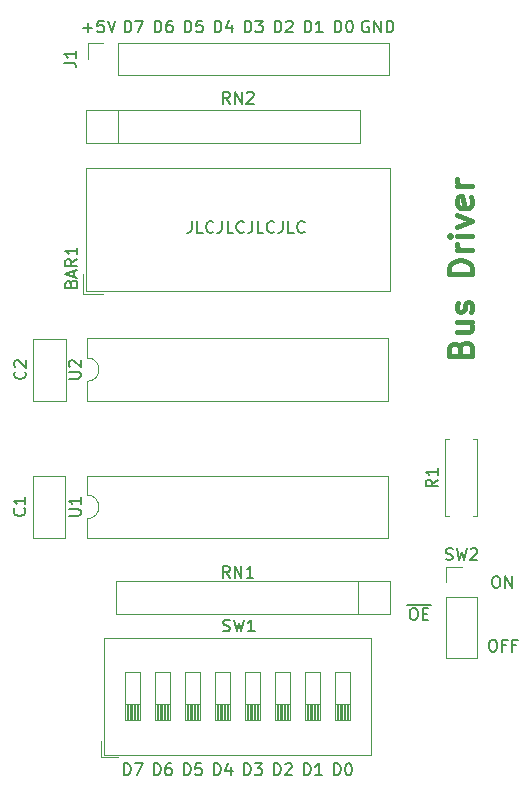
<source format=gbr>
%TF.GenerationSoftware,KiCad,Pcbnew,(6.0.5-0)*%
%TF.CreationDate,2022-07-20T14:51:46+02:00*%
%TF.ProjectId,bus driver,62757320-6472-4697-9665-722e6b696361,rev?*%
%TF.SameCoordinates,Original*%
%TF.FileFunction,Legend,Top*%
%TF.FilePolarity,Positive*%
%FSLAX46Y46*%
G04 Gerber Fmt 4.6, Leading zero omitted, Abs format (unit mm)*
G04 Created by KiCad (PCBNEW (6.0.5-0)) date 2022-07-20 14:51:46*
%MOMM*%
%LPD*%
G01*
G04 APERTURE LIST*
%ADD10C,0.150000*%
%ADD11C,0.400000*%
%ADD12C,0.120000*%
G04 APERTURE END LIST*
D10*
X144809152Y-81900780D02*
X144809152Y-82615066D01*
X144761533Y-82757923D01*
X144666295Y-82853161D01*
X144523438Y-82900780D01*
X144428200Y-82900780D01*
X145761533Y-82900780D02*
X145285342Y-82900780D01*
X145285342Y-81900780D01*
X146666295Y-82805542D02*
X146618676Y-82853161D01*
X146475819Y-82900780D01*
X146380580Y-82900780D01*
X146237723Y-82853161D01*
X146142485Y-82757923D01*
X146094866Y-82662685D01*
X146047247Y-82472209D01*
X146047247Y-82329352D01*
X146094866Y-82138876D01*
X146142485Y-82043638D01*
X146237723Y-81948400D01*
X146380580Y-81900780D01*
X146475819Y-81900780D01*
X146618676Y-81948400D01*
X146666295Y-81996019D01*
X147380580Y-81900780D02*
X147380580Y-82615066D01*
X147332961Y-82757923D01*
X147237723Y-82853161D01*
X147094866Y-82900780D01*
X146999628Y-82900780D01*
X148332961Y-82900780D02*
X147856771Y-82900780D01*
X147856771Y-81900780D01*
X149237723Y-82805542D02*
X149190104Y-82853161D01*
X149047247Y-82900780D01*
X148952009Y-82900780D01*
X148809152Y-82853161D01*
X148713914Y-82757923D01*
X148666295Y-82662685D01*
X148618676Y-82472209D01*
X148618676Y-82329352D01*
X148666295Y-82138876D01*
X148713914Y-82043638D01*
X148809152Y-81948400D01*
X148952009Y-81900780D01*
X149047247Y-81900780D01*
X149190104Y-81948400D01*
X149237723Y-81996019D01*
X149952009Y-81900780D02*
X149952009Y-82615066D01*
X149904390Y-82757923D01*
X149809152Y-82853161D01*
X149666295Y-82900780D01*
X149571057Y-82900780D01*
X150904390Y-82900780D02*
X150428200Y-82900780D01*
X150428200Y-81900780D01*
X151809152Y-82805542D02*
X151761533Y-82853161D01*
X151618676Y-82900780D01*
X151523438Y-82900780D01*
X151380580Y-82853161D01*
X151285342Y-82757923D01*
X151237723Y-82662685D01*
X151190104Y-82472209D01*
X151190104Y-82329352D01*
X151237723Y-82138876D01*
X151285342Y-82043638D01*
X151380580Y-81948400D01*
X151523438Y-81900780D01*
X151618676Y-81900780D01*
X151761533Y-81948400D01*
X151809152Y-81996019D01*
X152523438Y-81900780D02*
X152523438Y-82615066D01*
X152475819Y-82757923D01*
X152380580Y-82853161D01*
X152237723Y-82900780D01*
X152142485Y-82900780D01*
X153475819Y-82900780D02*
X152999628Y-82900780D01*
X152999628Y-81900780D01*
X154380580Y-82805542D02*
X154332961Y-82853161D01*
X154190104Y-82900780D01*
X154094866Y-82900780D01*
X153952009Y-82853161D01*
X153856771Y-82757923D01*
X153809152Y-82662685D01*
X153761533Y-82472209D01*
X153761533Y-82329352D01*
X153809152Y-82138876D01*
X153856771Y-82043638D01*
X153952009Y-81948400D01*
X154094866Y-81900780D01*
X154190104Y-81900780D01*
X154332961Y-81948400D01*
X154380580Y-81996019D01*
X135658139Y-65552628D02*
X136420044Y-65552628D01*
X136039092Y-65933580D02*
X136039092Y-65171676D01*
X137372425Y-64933580D02*
X136896234Y-64933580D01*
X136848615Y-65409771D01*
X136896234Y-65362152D01*
X136991473Y-65314533D01*
X137229568Y-65314533D01*
X137324806Y-65362152D01*
X137372425Y-65409771D01*
X137420044Y-65505009D01*
X137420044Y-65743104D01*
X137372425Y-65838342D01*
X137324806Y-65885961D01*
X137229568Y-65933580D01*
X136991473Y-65933580D01*
X136896234Y-65885961D01*
X136848615Y-65838342D01*
X137705758Y-64933580D02*
X138039092Y-65933580D01*
X138372425Y-64933580D01*
X146708904Y-128823980D02*
X146708904Y-127823980D01*
X146947000Y-127823980D01*
X147089857Y-127871600D01*
X147185095Y-127966838D01*
X147232714Y-128062076D01*
X147280333Y-128252552D01*
X147280333Y-128395409D01*
X147232714Y-128585885D01*
X147185095Y-128681123D01*
X147089857Y-128776361D01*
X146947000Y-128823980D01*
X146708904Y-128823980D01*
X148137476Y-128157314D02*
X148137476Y-128823980D01*
X147899380Y-127776361D02*
X147661285Y-128490647D01*
X148280333Y-128490647D01*
X144168904Y-128823980D02*
X144168904Y-127823980D01*
X144407000Y-127823980D01*
X144549857Y-127871600D01*
X144645095Y-127966838D01*
X144692714Y-128062076D01*
X144740333Y-128252552D01*
X144740333Y-128395409D01*
X144692714Y-128585885D01*
X144645095Y-128681123D01*
X144549857Y-128776361D01*
X144407000Y-128823980D01*
X144168904Y-128823980D01*
X145645095Y-127823980D02*
X145168904Y-127823980D01*
X145121285Y-128300171D01*
X145168904Y-128252552D01*
X145264142Y-128204933D01*
X145502238Y-128204933D01*
X145597476Y-128252552D01*
X145645095Y-128300171D01*
X145692714Y-128395409D01*
X145692714Y-128633504D01*
X145645095Y-128728742D01*
X145597476Y-128776361D01*
X145502238Y-128823980D01*
X145264142Y-128823980D01*
X145168904Y-128776361D01*
X145121285Y-128728742D01*
X139152158Y-65933580D02*
X139152158Y-64933580D01*
X139390254Y-64933580D01*
X139533111Y-64981200D01*
X139628349Y-65076438D01*
X139675968Y-65171676D01*
X139723587Y-65362152D01*
X139723587Y-65505009D01*
X139675968Y-65695485D01*
X139628349Y-65790723D01*
X139533111Y-65885961D01*
X139390254Y-65933580D01*
X139152158Y-65933580D01*
X140056920Y-64933580D02*
X140723587Y-64933580D01*
X140295015Y-65933580D01*
X151788904Y-128823980D02*
X151788904Y-127823980D01*
X152027000Y-127823980D01*
X152169857Y-127871600D01*
X152265095Y-127966838D01*
X152312714Y-128062076D01*
X152360333Y-128252552D01*
X152360333Y-128395409D01*
X152312714Y-128585885D01*
X152265095Y-128681123D01*
X152169857Y-128776361D01*
X152027000Y-128823980D01*
X151788904Y-128823980D01*
X152741285Y-127919219D02*
X152788904Y-127871600D01*
X152884142Y-127823980D01*
X153122238Y-127823980D01*
X153217476Y-127871600D01*
X153265095Y-127919219D01*
X153312714Y-128014457D01*
X153312714Y-128109695D01*
X153265095Y-128252552D01*
X152693666Y-128823980D01*
X153312714Y-128823980D01*
X170230673Y-117359180D02*
X170421149Y-117359180D01*
X170516387Y-117406800D01*
X170611625Y-117502038D01*
X170659244Y-117692514D01*
X170659244Y-118025847D01*
X170611625Y-118216323D01*
X170516387Y-118311561D01*
X170421149Y-118359180D01*
X170230673Y-118359180D01*
X170135434Y-118311561D01*
X170040196Y-118216323D01*
X169992577Y-118025847D01*
X169992577Y-117692514D01*
X170040196Y-117502038D01*
X170135434Y-117406800D01*
X170230673Y-117359180D01*
X171421149Y-117835371D02*
X171087815Y-117835371D01*
X171087815Y-118359180D02*
X171087815Y-117359180D01*
X171564006Y-117359180D01*
X172278292Y-117835371D02*
X171944958Y-117835371D01*
X171944958Y-118359180D02*
X171944958Y-117359180D01*
X172421149Y-117359180D01*
X154328904Y-128823980D02*
X154328904Y-127823980D01*
X154567000Y-127823980D01*
X154709857Y-127871600D01*
X154805095Y-127966838D01*
X154852714Y-128062076D01*
X154900333Y-128252552D01*
X154900333Y-128395409D01*
X154852714Y-128585885D01*
X154805095Y-128681123D01*
X154709857Y-128776361D01*
X154567000Y-128823980D01*
X154328904Y-128823980D01*
X155852714Y-128823980D02*
X155281285Y-128823980D01*
X155567000Y-128823980D02*
X155567000Y-127823980D01*
X155471761Y-127966838D01*
X155376523Y-128062076D01*
X155281285Y-128109695D01*
X156932158Y-65933580D02*
X156932158Y-64933580D01*
X157170254Y-64933580D01*
X157313111Y-64981200D01*
X157408349Y-65076438D01*
X157455968Y-65171676D01*
X157503587Y-65362152D01*
X157503587Y-65505009D01*
X157455968Y-65695485D01*
X157408349Y-65790723D01*
X157313111Y-65885961D01*
X157170254Y-65933580D01*
X156932158Y-65933580D01*
X158122634Y-64933580D02*
X158217873Y-64933580D01*
X158313111Y-64981200D01*
X158360730Y-65028819D01*
X158408349Y-65124057D01*
X158455968Y-65314533D01*
X158455968Y-65552628D01*
X158408349Y-65743104D01*
X158360730Y-65838342D01*
X158313111Y-65885961D01*
X158217873Y-65933580D01*
X158122634Y-65933580D01*
X158027396Y-65885961D01*
X157979777Y-65838342D01*
X157932158Y-65743104D01*
X157884539Y-65552628D01*
X157884539Y-65314533D01*
X157932158Y-65124057D01*
X157979777Y-65028819D01*
X158027396Y-64981200D01*
X158122634Y-64933580D01*
X159803949Y-64981200D02*
X159708711Y-64933580D01*
X159565854Y-64933580D01*
X159422996Y-64981200D01*
X159327758Y-65076438D01*
X159280139Y-65171676D01*
X159232520Y-65362152D01*
X159232520Y-65505009D01*
X159280139Y-65695485D01*
X159327758Y-65790723D01*
X159422996Y-65885961D01*
X159565854Y-65933580D01*
X159661092Y-65933580D01*
X159803949Y-65885961D01*
X159851568Y-65838342D01*
X159851568Y-65505009D01*
X159661092Y-65505009D01*
X160280139Y-65933580D02*
X160280139Y-64933580D01*
X160851568Y-65933580D01*
X160851568Y-64933580D01*
X161327758Y-65933580D02*
X161327758Y-64933580D01*
X161565854Y-64933580D01*
X161708711Y-64981200D01*
X161803949Y-65076438D01*
X161851568Y-65171676D01*
X161899187Y-65362152D01*
X161899187Y-65505009D01*
X161851568Y-65695485D01*
X161803949Y-65790723D01*
X161708711Y-65885961D01*
X161565854Y-65933580D01*
X161327758Y-65933580D01*
X149248904Y-128823980D02*
X149248904Y-127823980D01*
X149487000Y-127823980D01*
X149629857Y-127871600D01*
X149725095Y-127966838D01*
X149772714Y-128062076D01*
X149820333Y-128252552D01*
X149820333Y-128395409D01*
X149772714Y-128585885D01*
X149725095Y-128681123D01*
X149629857Y-128776361D01*
X149487000Y-128823980D01*
X149248904Y-128823980D01*
X150153666Y-127823980D02*
X150772714Y-127823980D01*
X150439380Y-128204933D01*
X150582238Y-128204933D01*
X150677476Y-128252552D01*
X150725095Y-128300171D01*
X150772714Y-128395409D01*
X150772714Y-128633504D01*
X150725095Y-128728742D01*
X150677476Y-128776361D01*
X150582238Y-128823980D01*
X150296523Y-128823980D01*
X150201285Y-128776361D01*
X150153666Y-128728742D01*
X163094863Y-114384400D02*
X164142482Y-114384400D01*
X163523434Y-114666780D02*
X163713911Y-114666780D01*
X163809149Y-114714400D01*
X163904387Y-114809638D01*
X163952006Y-115000114D01*
X163952006Y-115333447D01*
X163904387Y-115523923D01*
X163809149Y-115619161D01*
X163713911Y-115666780D01*
X163523434Y-115666780D01*
X163428196Y-115619161D01*
X163332958Y-115523923D01*
X163285339Y-115333447D01*
X163285339Y-115000114D01*
X163332958Y-114809638D01*
X163428196Y-114714400D01*
X163523434Y-114666780D01*
X164142482Y-114384400D02*
X165047244Y-114384400D01*
X164380577Y-115142971D02*
X164713911Y-115142971D01*
X164856768Y-115666780D02*
X164380577Y-115666780D01*
X164380577Y-114666780D01*
X164856768Y-114666780D01*
X156868904Y-128823980D02*
X156868904Y-127823980D01*
X157107000Y-127823980D01*
X157249857Y-127871600D01*
X157345095Y-127966838D01*
X157392714Y-128062076D01*
X157440333Y-128252552D01*
X157440333Y-128395409D01*
X157392714Y-128585885D01*
X157345095Y-128681123D01*
X157249857Y-128776361D01*
X157107000Y-128823980D01*
X156868904Y-128823980D01*
X158059380Y-127823980D02*
X158154619Y-127823980D01*
X158249857Y-127871600D01*
X158297476Y-127919219D01*
X158345095Y-128014457D01*
X158392714Y-128204933D01*
X158392714Y-128443028D01*
X158345095Y-128633504D01*
X158297476Y-128728742D01*
X158249857Y-128776361D01*
X158154619Y-128823980D01*
X158059380Y-128823980D01*
X157964142Y-128776361D01*
X157916523Y-128728742D01*
X157868904Y-128633504D01*
X157821285Y-128443028D01*
X157821285Y-128204933D01*
X157868904Y-128014457D01*
X157916523Y-127919219D01*
X157964142Y-127871600D01*
X158059380Y-127823980D01*
X149312158Y-65933580D02*
X149312158Y-64933580D01*
X149550254Y-64933580D01*
X149693111Y-64981200D01*
X149788349Y-65076438D01*
X149835968Y-65171676D01*
X149883587Y-65362152D01*
X149883587Y-65505009D01*
X149835968Y-65695485D01*
X149788349Y-65790723D01*
X149693111Y-65885961D01*
X149550254Y-65933580D01*
X149312158Y-65933580D01*
X150216920Y-64933580D02*
X150835968Y-64933580D01*
X150502634Y-65314533D01*
X150645492Y-65314533D01*
X150740730Y-65362152D01*
X150788349Y-65409771D01*
X150835968Y-65505009D01*
X150835968Y-65743104D01*
X150788349Y-65838342D01*
X150740730Y-65885961D01*
X150645492Y-65933580D01*
X150359777Y-65933580D01*
X150264539Y-65885961D01*
X150216920Y-65838342D01*
X154392158Y-65933580D02*
X154392158Y-64933580D01*
X154630254Y-64933580D01*
X154773111Y-64981200D01*
X154868349Y-65076438D01*
X154915968Y-65171676D01*
X154963587Y-65362152D01*
X154963587Y-65505009D01*
X154915968Y-65695485D01*
X154868349Y-65790723D01*
X154773111Y-65885961D01*
X154630254Y-65933580D01*
X154392158Y-65933580D01*
X155915968Y-65933580D02*
X155344539Y-65933580D01*
X155630254Y-65933580D02*
X155630254Y-64933580D01*
X155535015Y-65076438D01*
X155439777Y-65171676D01*
X155344539Y-65219295D01*
X141692158Y-65933580D02*
X141692158Y-64933580D01*
X141930254Y-64933580D01*
X142073111Y-64981200D01*
X142168349Y-65076438D01*
X142215968Y-65171676D01*
X142263587Y-65362152D01*
X142263587Y-65505009D01*
X142215968Y-65695485D01*
X142168349Y-65790723D01*
X142073111Y-65885961D01*
X141930254Y-65933580D01*
X141692158Y-65933580D01*
X143120730Y-64933580D02*
X142930254Y-64933580D01*
X142835015Y-64981200D01*
X142787396Y-65028819D01*
X142692158Y-65171676D01*
X142644539Y-65362152D01*
X142644539Y-65743104D01*
X142692158Y-65838342D01*
X142739777Y-65885961D01*
X142835015Y-65933580D01*
X143025492Y-65933580D01*
X143120730Y-65885961D01*
X143168349Y-65838342D01*
X143215968Y-65743104D01*
X143215968Y-65505009D01*
X143168349Y-65409771D01*
X143120730Y-65362152D01*
X143025492Y-65314533D01*
X142835015Y-65314533D01*
X142739777Y-65362152D01*
X142692158Y-65409771D01*
X142644539Y-65505009D01*
X141628904Y-128823980D02*
X141628904Y-127823980D01*
X141867000Y-127823980D01*
X142009857Y-127871600D01*
X142105095Y-127966838D01*
X142152714Y-128062076D01*
X142200333Y-128252552D01*
X142200333Y-128395409D01*
X142152714Y-128585885D01*
X142105095Y-128681123D01*
X142009857Y-128776361D01*
X141867000Y-128823980D01*
X141628904Y-128823980D01*
X143057476Y-127823980D02*
X142867000Y-127823980D01*
X142771761Y-127871600D01*
X142724142Y-127919219D01*
X142628904Y-128062076D01*
X142581285Y-128252552D01*
X142581285Y-128633504D01*
X142628904Y-128728742D01*
X142676523Y-128776361D01*
X142771761Y-128823980D01*
X142962238Y-128823980D01*
X143057476Y-128776361D01*
X143105095Y-128728742D01*
X143152714Y-128633504D01*
X143152714Y-128395409D01*
X143105095Y-128300171D01*
X143057476Y-128252552D01*
X142962238Y-128204933D01*
X142771761Y-128204933D01*
X142676523Y-128252552D01*
X142628904Y-128300171D01*
X142581285Y-128395409D01*
X146772158Y-65933580D02*
X146772158Y-64933580D01*
X147010254Y-64933580D01*
X147153111Y-64981200D01*
X147248349Y-65076438D01*
X147295968Y-65171676D01*
X147343587Y-65362152D01*
X147343587Y-65505009D01*
X147295968Y-65695485D01*
X147248349Y-65790723D01*
X147153111Y-65885961D01*
X147010254Y-65933580D01*
X146772158Y-65933580D01*
X148200730Y-65266914D02*
X148200730Y-65933580D01*
X147962634Y-64885961D02*
X147724539Y-65600247D01*
X148343587Y-65600247D01*
X144232158Y-65933580D02*
X144232158Y-64933580D01*
X144470254Y-64933580D01*
X144613111Y-64981200D01*
X144708349Y-65076438D01*
X144755968Y-65171676D01*
X144803587Y-65362152D01*
X144803587Y-65505009D01*
X144755968Y-65695485D01*
X144708349Y-65790723D01*
X144613111Y-65885961D01*
X144470254Y-65933580D01*
X144232158Y-65933580D01*
X145708349Y-64933580D02*
X145232158Y-64933580D01*
X145184539Y-65409771D01*
X145232158Y-65362152D01*
X145327396Y-65314533D01*
X145565492Y-65314533D01*
X145660730Y-65362152D01*
X145708349Y-65409771D01*
X145755968Y-65505009D01*
X145755968Y-65743104D01*
X145708349Y-65838342D01*
X145660730Y-65885961D01*
X145565492Y-65933580D01*
X145327396Y-65933580D01*
X145232158Y-65885961D01*
X145184539Y-65838342D01*
X139088904Y-128823980D02*
X139088904Y-127823980D01*
X139327000Y-127823980D01*
X139469857Y-127871600D01*
X139565095Y-127966838D01*
X139612714Y-128062076D01*
X139660333Y-128252552D01*
X139660333Y-128395409D01*
X139612714Y-128585885D01*
X139565095Y-128681123D01*
X139469857Y-128776361D01*
X139327000Y-128823980D01*
X139088904Y-128823980D01*
X139993666Y-127823980D02*
X140660333Y-127823980D01*
X140231761Y-128823980D01*
X170513206Y-111974380D02*
X170703682Y-111974380D01*
X170798920Y-112022000D01*
X170894158Y-112117238D01*
X170941777Y-112307714D01*
X170941777Y-112641047D01*
X170894158Y-112831523D01*
X170798920Y-112926761D01*
X170703682Y-112974380D01*
X170513206Y-112974380D01*
X170417968Y-112926761D01*
X170322730Y-112831523D01*
X170275111Y-112641047D01*
X170275111Y-112307714D01*
X170322730Y-112117238D01*
X170417968Y-112022000D01*
X170513206Y-111974380D01*
X171370349Y-112974380D02*
X171370349Y-111974380D01*
X171941777Y-112974380D01*
X171941777Y-111974380D01*
X151852158Y-65933580D02*
X151852158Y-64933580D01*
X152090254Y-64933580D01*
X152233111Y-64981200D01*
X152328349Y-65076438D01*
X152375968Y-65171676D01*
X152423587Y-65362152D01*
X152423587Y-65505009D01*
X152375968Y-65695485D01*
X152328349Y-65790723D01*
X152233111Y-65885961D01*
X152090254Y-65933580D01*
X151852158Y-65933580D01*
X152804539Y-65028819D02*
X152852158Y-64981200D01*
X152947396Y-64933580D01*
X153185492Y-64933580D01*
X153280730Y-64981200D01*
X153328349Y-65028819D01*
X153375968Y-65124057D01*
X153375968Y-65219295D01*
X153328349Y-65362152D01*
X152756920Y-65933580D01*
X153375968Y-65933580D01*
D11*
X167547942Y-92671066D02*
X167643180Y-92385352D01*
X167738419Y-92290114D01*
X167928895Y-92194876D01*
X168214609Y-92194876D01*
X168405085Y-92290114D01*
X168500323Y-92385352D01*
X168595561Y-92575828D01*
X168595561Y-93337733D01*
X166595561Y-93337733D01*
X166595561Y-92671066D01*
X166690800Y-92480590D01*
X166786038Y-92385352D01*
X166976514Y-92290114D01*
X167166990Y-92290114D01*
X167357466Y-92385352D01*
X167452704Y-92480590D01*
X167547942Y-92671066D01*
X167547942Y-93337733D01*
X167262228Y-90480590D02*
X168595561Y-90480590D01*
X167262228Y-91337733D02*
X168309847Y-91337733D01*
X168500323Y-91242495D01*
X168595561Y-91052019D01*
X168595561Y-90766304D01*
X168500323Y-90575828D01*
X168405085Y-90480590D01*
X168500323Y-89623447D02*
X168595561Y-89432971D01*
X168595561Y-89052019D01*
X168500323Y-88861542D01*
X168309847Y-88766304D01*
X168214609Y-88766304D01*
X168024133Y-88861542D01*
X167928895Y-89052019D01*
X167928895Y-89337733D01*
X167833657Y-89528209D01*
X167643180Y-89623447D01*
X167547942Y-89623447D01*
X167357466Y-89528209D01*
X167262228Y-89337733D01*
X167262228Y-89052019D01*
X167357466Y-88861542D01*
X168595561Y-86385352D02*
X166595561Y-86385352D01*
X166595561Y-85909161D01*
X166690800Y-85623447D01*
X166881276Y-85432971D01*
X167071752Y-85337733D01*
X167452704Y-85242495D01*
X167738419Y-85242495D01*
X168119371Y-85337733D01*
X168309847Y-85432971D01*
X168500323Y-85623447D01*
X168595561Y-85909161D01*
X168595561Y-86385352D01*
X168595561Y-84385352D02*
X167262228Y-84385352D01*
X167643180Y-84385352D02*
X167452704Y-84290114D01*
X167357466Y-84194876D01*
X167262228Y-84004400D01*
X167262228Y-83813923D01*
X168595561Y-83147257D02*
X167262228Y-83147257D01*
X166595561Y-83147257D02*
X166690800Y-83242495D01*
X166786038Y-83147257D01*
X166690800Y-83052019D01*
X166595561Y-83147257D01*
X166786038Y-83147257D01*
X167262228Y-82385352D02*
X168595561Y-81909161D01*
X167262228Y-81432971D01*
X168500323Y-79909161D02*
X168595561Y-80099638D01*
X168595561Y-80480590D01*
X168500323Y-80671066D01*
X168309847Y-80766304D01*
X167547942Y-80766304D01*
X167357466Y-80671066D01*
X167262228Y-80480590D01*
X167262228Y-80099638D01*
X167357466Y-79909161D01*
X167547942Y-79813923D01*
X167738419Y-79813923D01*
X167928895Y-80766304D01*
X168595561Y-78956780D02*
X167262228Y-78956780D01*
X167643180Y-78956780D02*
X167452704Y-78861542D01*
X167357466Y-78766304D01*
X167262228Y-78575828D01*
X167262228Y-78385352D01*
D10*
%TO.C,C1*%
X130646196Y-106237066D02*
X130693815Y-106284685D01*
X130741434Y-106427542D01*
X130741434Y-106522780D01*
X130693815Y-106665638D01*
X130598577Y-106760876D01*
X130503339Y-106808495D01*
X130312863Y-106856114D01*
X130170006Y-106856114D01*
X129979530Y-106808495D01*
X129884292Y-106760876D01*
X129789054Y-106665638D01*
X129741434Y-106522780D01*
X129741434Y-106427542D01*
X129789054Y-106284685D01*
X129836673Y-106237066D01*
X130741434Y-105284685D02*
X130741434Y-105856114D01*
X130741434Y-105570400D02*
X129741434Y-105570400D01*
X129884292Y-105665638D01*
X129979530Y-105760876D01*
X130027149Y-105856114D01*
%TO.C,C2*%
X130696996Y-94654666D02*
X130744615Y-94702285D01*
X130792234Y-94845142D01*
X130792234Y-94940380D01*
X130744615Y-95083238D01*
X130649377Y-95178476D01*
X130554139Y-95226095D01*
X130363663Y-95273714D01*
X130220806Y-95273714D01*
X130030330Y-95226095D01*
X129935092Y-95178476D01*
X129839854Y-95083238D01*
X129792234Y-94940380D01*
X129792234Y-94845142D01*
X129839854Y-94702285D01*
X129887473Y-94654666D01*
X129887473Y-94273714D02*
X129839854Y-94226095D01*
X129792234Y-94130857D01*
X129792234Y-93892761D01*
X129839854Y-93797523D01*
X129887473Y-93749904D01*
X129982711Y-93702285D01*
X130077949Y-93702285D01*
X130220806Y-93749904D01*
X130792234Y-94321333D01*
X130792234Y-93702285D01*
%TO.C,*%
%TO.C,RN2*%
X148062323Y-71966380D02*
X147728990Y-71490190D01*
X147490895Y-71966380D02*
X147490895Y-70966380D01*
X147871847Y-70966380D01*
X147967085Y-71014000D01*
X148014704Y-71061619D01*
X148062323Y-71156857D01*
X148062323Y-71299714D01*
X148014704Y-71394952D01*
X147967085Y-71442571D01*
X147871847Y-71490190D01*
X147490895Y-71490190D01*
X148490895Y-71966380D02*
X148490895Y-70966380D01*
X149062323Y-71966380D01*
X149062323Y-70966380D01*
X149490895Y-71061619D02*
X149538514Y-71014000D01*
X149633752Y-70966380D01*
X149871847Y-70966380D01*
X149967085Y-71014000D01*
X150014704Y-71061619D01*
X150062323Y-71156857D01*
X150062323Y-71252095D01*
X150014704Y-71394952D01*
X149443276Y-71966380D01*
X150062323Y-71966380D01*
%TO.C,BAR1*%
X134596871Y-87214133D02*
X134644490Y-87071276D01*
X134692109Y-87023657D01*
X134787347Y-86976038D01*
X134930204Y-86976038D01*
X135025442Y-87023657D01*
X135073061Y-87071276D01*
X135120680Y-87166514D01*
X135120680Y-87547466D01*
X134120680Y-87547466D01*
X134120680Y-87214133D01*
X134168300Y-87118895D01*
X134215919Y-87071276D01*
X134311157Y-87023657D01*
X134406395Y-87023657D01*
X134501633Y-87071276D01*
X134549252Y-87118895D01*
X134596871Y-87214133D01*
X134596871Y-87547466D01*
X134834966Y-86595085D02*
X134834966Y-86118895D01*
X135120680Y-86690323D02*
X134120680Y-86356990D01*
X135120680Y-86023657D01*
X135120680Y-85118895D02*
X134644490Y-85452228D01*
X135120680Y-85690323D02*
X134120680Y-85690323D01*
X134120680Y-85309371D01*
X134168300Y-85214133D01*
X134215919Y-85166514D01*
X134311157Y-85118895D01*
X134454014Y-85118895D01*
X134549252Y-85166514D01*
X134596871Y-85214133D01*
X134644490Y-85309371D01*
X134644490Y-85690323D01*
X135120680Y-84166514D02*
X135120680Y-84737942D01*
X135120680Y-84452228D02*
X134120680Y-84452228D01*
X134263538Y-84547466D01*
X134358776Y-84642704D01*
X134406395Y-84737942D01*
%TO.C,SW1*%
X147485266Y-116609761D02*
X147628123Y-116657380D01*
X147866219Y-116657380D01*
X147961457Y-116609761D01*
X148009076Y-116562142D01*
X148056695Y-116466904D01*
X148056695Y-116371666D01*
X148009076Y-116276428D01*
X147961457Y-116228809D01*
X147866219Y-116181190D01*
X147675742Y-116133571D01*
X147580504Y-116085952D01*
X147532885Y-116038333D01*
X147485266Y-115943095D01*
X147485266Y-115847857D01*
X147532885Y-115752619D01*
X147580504Y-115705000D01*
X147675742Y-115657380D01*
X147913838Y-115657380D01*
X148056695Y-115705000D01*
X148390028Y-115657380D02*
X148628123Y-116657380D01*
X148818600Y-115943095D01*
X149009076Y-116657380D01*
X149247171Y-115657380D01*
X150151933Y-116657380D02*
X149580504Y-116657380D01*
X149866219Y-116657380D02*
X149866219Y-115657380D01*
X149770980Y-115800238D01*
X149675742Y-115895476D01*
X149580504Y-115943095D01*
%TO.C,RN1*%
X148041523Y-112110780D02*
X147708190Y-111634590D01*
X147470095Y-112110780D02*
X147470095Y-111110780D01*
X147851047Y-111110780D01*
X147946285Y-111158400D01*
X147993904Y-111206019D01*
X148041523Y-111301257D01*
X148041523Y-111444114D01*
X147993904Y-111539352D01*
X147946285Y-111586971D01*
X147851047Y-111634590D01*
X147470095Y-111634590D01*
X148470095Y-112110780D02*
X148470095Y-111110780D01*
X149041523Y-112110780D01*
X149041523Y-111110780D01*
X150041523Y-112110780D02*
X149470095Y-112110780D01*
X149755809Y-112110780D02*
X149755809Y-111110780D01*
X149660571Y-111253638D01*
X149565333Y-111348876D01*
X149470095Y-111396495D01*
%TO.C,SW2*%
X166344520Y-110560961D02*
X166487377Y-110608580D01*
X166725473Y-110608580D01*
X166820711Y-110560961D01*
X166868330Y-110513342D01*
X166915949Y-110418104D01*
X166915949Y-110322866D01*
X166868330Y-110227628D01*
X166820711Y-110180009D01*
X166725473Y-110132390D01*
X166534996Y-110084771D01*
X166439758Y-110037152D01*
X166392139Y-109989533D01*
X166344520Y-109894295D01*
X166344520Y-109799057D01*
X166392139Y-109703819D01*
X166439758Y-109656200D01*
X166534996Y-109608580D01*
X166773092Y-109608580D01*
X166915949Y-109656200D01*
X167249282Y-109608580D02*
X167487377Y-110608580D01*
X167677854Y-109894295D01*
X167868330Y-110608580D01*
X168106425Y-109608580D01*
X168439758Y-109703819D02*
X168487377Y-109656200D01*
X168582615Y-109608580D01*
X168820711Y-109608580D01*
X168915949Y-109656200D01*
X168963568Y-109703819D01*
X169011187Y-109799057D01*
X169011187Y-109894295D01*
X168963568Y-110037152D01*
X168392139Y-110608580D01*
X169011187Y-110608580D01*
%TO.C,U2*%
X134414380Y-95239904D02*
X135223904Y-95239904D01*
X135319142Y-95192285D01*
X135366761Y-95144666D01*
X135414380Y-95049428D01*
X135414380Y-94858952D01*
X135366761Y-94763714D01*
X135319142Y-94716095D01*
X135223904Y-94668476D01*
X134414380Y-94668476D01*
X134509619Y-94239904D02*
X134462000Y-94192285D01*
X134414380Y-94097047D01*
X134414380Y-93858952D01*
X134462000Y-93763714D01*
X134509619Y-93716095D01*
X134604857Y-93668476D01*
X134700095Y-93668476D01*
X134842952Y-93716095D01*
X135414380Y-94287523D01*
X135414380Y-93668476D01*
%TO.C,R1*%
X165641034Y-103798666D02*
X165164844Y-104132000D01*
X165641034Y-104370095D02*
X164641034Y-104370095D01*
X164641034Y-103989142D01*
X164688654Y-103893904D01*
X164736273Y-103846285D01*
X164831511Y-103798666D01*
X164974368Y-103798666D01*
X165069606Y-103846285D01*
X165117225Y-103893904D01*
X165164844Y-103989142D01*
X165164844Y-104370095D01*
X165641034Y-102846285D02*
X165641034Y-103417714D01*
X165641034Y-103132000D02*
X164641034Y-103132000D01*
X164783892Y-103227238D01*
X164879130Y-103322476D01*
X164926749Y-103417714D01*
%TO.C,*%
%TO.C,J1*%
X134032634Y-68506933D02*
X134746920Y-68506933D01*
X134889777Y-68554552D01*
X134985015Y-68649790D01*
X135032634Y-68792647D01*
X135032634Y-68887885D01*
X135032634Y-67506933D02*
X135032634Y-68078361D01*
X135032634Y-67792647D02*
X134032634Y-67792647D01*
X134175492Y-67887885D01*
X134270730Y-67983123D01*
X134318349Y-68078361D01*
%TO.C,*%
%TO.C,U1*%
X134414380Y-106873104D02*
X135223904Y-106873104D01*
X135319142Y-106825485D01*
X135366761Y-106777866D01*
X135414380Y-106682628D01*
X135414380Y-106492152D01*
X135366761Y-106396914D01*
X135319142Y-106349295D01*
X135223904Y-106301676D01*
X134414380Y-106301676D01*
X135414380Y-105301676D02*
X135414380Y-105873104D01*
X135414380Y-105587390D02*
X134414380Y-105587390D01*
X134557238Y-105682628D01*
X134652476Y-105777866D01*
X134700095Y-105873104D01*
D12*
%TO.C,C1*%
X134097454Y-103501200D02*
X131357454Y-103501200D01*
X131357454Y-103501200D02*
X131357454Y-108741200D01*
X134097454Y-108741200D02*
X131357454Y-108741200D01*
X134097454Y-103501200D02*
X134097454Y-108741200D01*
%TO.C,C2*%
X134148254Y-91868000D02*
X131408254Y-91868000D01*
X134148254Y-97108000D02*
X131408254Y-97108000D01*
X131408254Y-91868000D02*
X131408254Y-97108000D01*
X134148254Y-91868000D02*
X134148254Y-97108000D01*
%TO.C,RN2*%
X159082800Y-72514000D02*
X135882800Y-72514000D01*
X138592800Y-72514000D02*
X138592800Y-75314000D01*
X135882800Y-72514000D02*
X135882800Y-75314000D01*
X159082800Y-75314000D02*
X159082800Y-72514000D01*
X135882800Y-75314000D02*
X159082800Y-75314000D01*
%TO.C,BAR1*%
X135618300Y-88110800D02*
X137318300Y-88110800D01*
X161588300Y-77380800D02*
X161588300Y-87820800D01*
X135618300Y-86410800D02*
X135618300Y-88110800D01*
X161588300Y-87820800D02*
X135908300Y-87820800D01*
X135908300Y-87820800D02*
X135908300Y-77380800D01*
X135908300Y-77380800D02*
X161588300Y-77380800D01*
%TO.C,SW1*%
X144527400Y-124161500D02*
X144527400Y-122808167D01*
X148097400Y-120101500D02*
X146827400Y-120101500D01*
X142107400Y-124161500D02*
X142107400Y-122808167D01*
X158257400Y-124161500D02*
X158257400Y-120101500D01*
X144887400Y-124161500D02*
X144887400Y-122808167D01*
X147787400Y-124161500D02*
X147787400Y-122808167D01*
X147667400Y-124161500D02*
X147667400Y-122808167D01*
X160043400Y-127081500D02*
X160043400Y-117181500D01*
X140477400Y-120101500D02*
X139207400Y-120101500D01*
X137422400Y-127081500D02*
X160043400Y-127081500D01*
X146827400Y-122808167D02*
X148097400Y-122808167D01*
X150637400Y-124161500D02*
X150637400Y-120101500D01*
X158067400Y-124161500D02*
X158067400Y-122808167D01*
X142947400Y-124161500D02*
X142947400Y-122808167D01*
X155717400Y-124161500D02*
X155717400Y-120101500D01*
X139447400Y-124161500D02*
X139447400Y-122808167D01*
X139327400Y-124161500D02*
X139327400Y-122808167D01*
X155167400Y-124161500D02*
X155167400Y-122808167D01*
X156987400Y-122808167D02*
X158257400Y-122808167D01*
X149967400Y-124161500D02*
X149967400Y-122808167D01*
X140477400Y-124161500D02*
X140477400Y-120101500D01*
X139207400Y-122808167D02*
X140477400Y-122808167D01*
X155717400Y-120101500D02*
X154447400Y-120101500D01*
X147547400Y-124161500D02*
X147547400Y-122808167D01*
X157227400Y-124161500D02*
X157227400Y-122808167D01*
X147067400Y-124161500D02*
X147067400Y-122808167D01*
X152267400Y-124161500D02*
X152267400Y-122808167D01*
X140287400Y-124161500D02*
X140287400Y-122808167D01*
X156987400Y-120101500D02*
X156987400Y-124161500D01*
X143017400Y-120101500D02*
X141747400Y-120101500D01*
X152627400Y-124161500D02*
X152627400Y-122808167D01*
X154927400Y-124161500D02*
X154927400Y-122808167D01*
X142587400Y-124161500D02*
X142587400Y-122808167D01*
X156987400Y-124161500D02*
X158257400Y-124161500D01*
X152867400Y-124161500D02*
X152867400Y-122808167D01*
X144287400Y-122808167D02*
X145557400Y-122808167D01*
X137182400Y-127321500D02*
X138565400Y-127321500D01*
X149367400Y-124161500D02*
X150637400Y-124161500D01*
X157827400Y-124161500D02*
X157827400Y-122808167D01*
X149487400Y-124161500D02*
X149487400Y-122808167D01*
X144287400Y-124161500D02*
X145557400Y-124161500D01*
X145247400Y-124161500D02*
X145247400Y-122808167D01*
X145127400Y-124161500D02*
X145127400Y-122808167D01*
X141747400Y-124161500D02*
X143017400Y-124161500D01*
X146947400Y-124161500D02*
X146947400Y-122808167D01*
X152507400Y-124161500D02*
X152507400Y-122808167D01*
X145557400Y-120101500D02*
X144287400Y-120101500D01*
X137182400Y-127321500D02*
X137182400Y-125937500D01*
X154447400Y-120101500D02*
X154447400Y-124161500D01*
X157947400Y-124161500D02*
X157947400Y-122808167D01*
X151907400Y-124161500D02*
X153177400Y-124161500D01*
X137422400Y-117181500D02*
X160043400Y-117181500D01*
X149367400Y-122808167D02*
X150637400Y-122808167D01*
X140407400Y-124161500D02*
X140407400Y-122808167D01*
X155647400Y-124161500D02*
X155647400Y-122808167D01*
X149847400Y-124161500D02*
X149847400Y-122808167D01*
X141987400Y-124161500D02*
X141987400Y-122808167D01*
X145487400Y-124161500D02*
X145487400Y-122808167D01*
X144287400Y-120101500D02*
X144287400Y-124161500D01*
X147307400Y-124161500D02*
X147307400Y-122808167D01*
X153177400Y-124161500D02*
X153177400Y-120101500D01*
X143017400Y-124161500D02*
X143017400Y-120101500D01*
X154807400Y-124161500D02*
X154807400Y-122808167D01*
X142347400Y-124161500D02*
X142347400Y-122808167D01*
X149727400Y-124161500D02*
X149727400Y-122808167D01*
X155047400Y-124161500D02*
X155047400Y-122808167D01*
X142827400Y-124161500D02*
X142827400Y-122808167D01*
X150637400Y-120101500D02*
X149367400Y-120101500D01*
X155527400Y-124161500D02*
X155527400Y-122808167D01*
X147907400Y-124161500D02*
X147907400Y-122808167D01*
X158187400Y-124161500D02*
X158187400Y-122808167D01*
X150447400Y-124161500D02*
X150447400Y-122808167D01*
X152147400Y-124161500D02*
X152147400Y-122808167D01*
X142227400Y-124161500D02*
X142227400Y-122808167D01*
X157467400Y-124161500D02*
X157467400Y-122808167D01*
X157587400Y-124161500D02*
X157587400Y-122808167D01*
X150207400Y-124161500D02*
X150207400Y-122808167D01*
X155287400Y-124161500D02*
X155287400Y-122808167D01*
X145367400Y-124161500D02*
X145367400Y-122808167D01*
X141747400Y-122808167D02*
X143017400Y-122808167D01*
X150567400Y-124161500D02*
X150567400Y-122808167D01*
X150087400Y-124161500D02*
X150087400Y-122808167D01*
X157347400Y-124161500D02*
X157347400Y-122808167D01*
X149367400Y-120101500D02*
X149367400Y-124161500D01*
X141867400Y-124161500D02*
X141867400Y-122808167D01*
X152987400Y-124161500D02*
X152987400Y-122808167D01*
X144407400Y-124161500D02*
X144407400Y-122808167D01*
X152027400Y-124161500D02*
X152027400Y-122808167D01*
X140167400Y-124161500D02*
X140167400Y-122808167D01*
X139207400Y-120101500D02*
X139207400Y-124161500D01*
X153107400Y-124161500D02*
X153107400Y-122808167D01*
X141747400Y-120101500D02*
X141747400Y-124161500D01*
X140047400Y-124161500D02*
X140047400Y-122808167D01*
X152747400Y-124161500D02*
X152747400Y-122808167D01*
X139207400Y-124161500D02*
X140477400Y-124161500D01*
X139567400Y-124161500D02*
X139567400Y-122808167D01*
X146827400Y-120101500D02*
X146827400Y-124161500D01*
X153177400Y-120101500D02*
X151907400Y-120101500D01*
X146827400Y-124161500D02*
X148097400Y-124161500D01*
X144767400Y-124161500D02*
X144767400Y-122808167D01*
X157707400Y-124161500D02*
X157707400Y-122808167D01*
X144647400Y-124161500D02*
X144647400Y-122808167D01*
X150327400Y-124161500D02*
X150327400Y-122808167D01*
X154447400Y-122808167D02*
X155717400Y-122808167D01*
X151907400Y-122808167D02*
X153177400Y-122808167D01*
X154447400Y-124161500D02*
X155717400Y-124161500D01*
X147427400Y-124161500D02*
X147427400Y-122808167D01*
X139687400Y-124161500D02*
X139687400Y-122808167D01*
X154567400Y-124161500D02*
X154567400Y-122808167D01*
X145007400Y-124161500D02*
X145007400Y-122808167D01*
X158257400Y-120101500D02*
X156987400Y-120101500D01*
X142467400Y-124161500D02*
X142467400Y-122808167D01*
X147187400Y-124161500D02*
X147187400Y-122808167D01*
X137422400Y-127081500D02*
X137422400Y-117181500D01*
X148097400Y-124161500D02*
X148097400Y-120101500D01*
X157107400Y-124161500D02*
X157107400Y-122808167D01*
X139927400Y-124161500D02*
X139927400Y-122808167D01*
X149607400Y-124161500D02*
X149607400Y-122808167D01*
X152387400Y-124161500D02*
X152387400Y-122808167D01*
X151907400Y-120101500D02*
X151907400Y-124161500D01*
X148027400Y-124161500D02*
X148027400Y-122808167D01*
X145557400Y-124161500D02*
X145557400Y-120101500D01*
X139807400Y-124161500D02*
X139807400Y-122808167D01*
X155407400Y-124161500D02*
X155407400Y-122808167D01*
X154687400Y-124161500D02*
X154687400Y-122808167D01*
X142707400Y-124161500D02*
X142707400Y-122808167D01*
%TO.C,RN1*%
X158892000Y-115192000D02*
X158892000Y-112392000D01*
X161602000Y-115192000D02*
X161602000Y-112392000D01*
X161602000Y-112392000D02*
X138402000Y-112392000D01*
X138402000Y-115192000D02*
X161602000Y-115192000D01*
X138402000Y-112392000D02*
X138402000Y-115192000D01*
%TO.C,SW2*%
X166347854Y-113756200D02*
X169007854Y-113756200D01*
X166347854Y-111156200D02*
X167677854Y-111156200D01*
X166347854Y-113756200D02*
X166347854Y-118896200D01*
X169007854Y-113756200D02*
X169007854Y-118896200D01*
X166347854Y-118896200D02*
X169007854Y-118896200D01*
X166347854Y-112486200D02*
X166347854Y-111156200D01*
%TO.C,U2*%
X161482000Y-91828000D02*
X135962000Y-91828000D01*
X135962000Y-91828000D02*
X135962000Y-93478000D01*
X135962000Y-97128000D02*
X161482000Y-97128000D01*
X161482000Y-97128000D02*
X161482000Y-91828000D01*
X135962000Y-95478000D02*
X135962000Y-97128000D01*
X135962000Y-95478000D02*
G75*
G03*
X135962000Y-93478000I0J1000000D01*
G01*
%TO.C,R1*%
X166257054Y-100362000D02*
X166257054Y-106902000D01*
X168667054Y-100362000D02*
X168997054Y-100362000D01*
X166587054Y-100362000D02*
X166257054Y-100362000D01*
X168997054Y-100362000D02*
X168997054Y-106902000D01*
X166257054Y-106902000D02*
X166587054Y-106902000D01*
X168997054Y-106902000D02*
X168667054Y-106902000D01*
%TO.C,J1*%
X136020254Y-66843600D02*
X137350254Y-66843600D01*
X138620254Y-66843600D02*
X161540254Y-66843600D01*
X161540254Y-69503600D02*
X161540254Y-66843600D01*
X136020254Y-68173600D02*
X136020254Y-66843600D01*
X138620254Y-69503600D02*
X138620254Y-66843600D01*
X138620254Y-69503600D02*
X161540254Y-69503600D01*
%TO.C,U1*%
X135962000Y-107111200D02*
X135962000Y-108761200D01*
X161482000Y-108761200D02*
X161482000Y-103461200D01*
X135962000Y-103461200D02*
X135962000Y-105111200D01*
X161482000Y-103461200D02*
X135962000Y-103461200D01*
X135962000Y-108761200D02*
X161482000Y-108761200D01*
X135962000Y-107111200D02*
G75*
G03*
X135962000Y-105111200I0J1000000D01*
G01*
%TD*%
M02*

</source>
